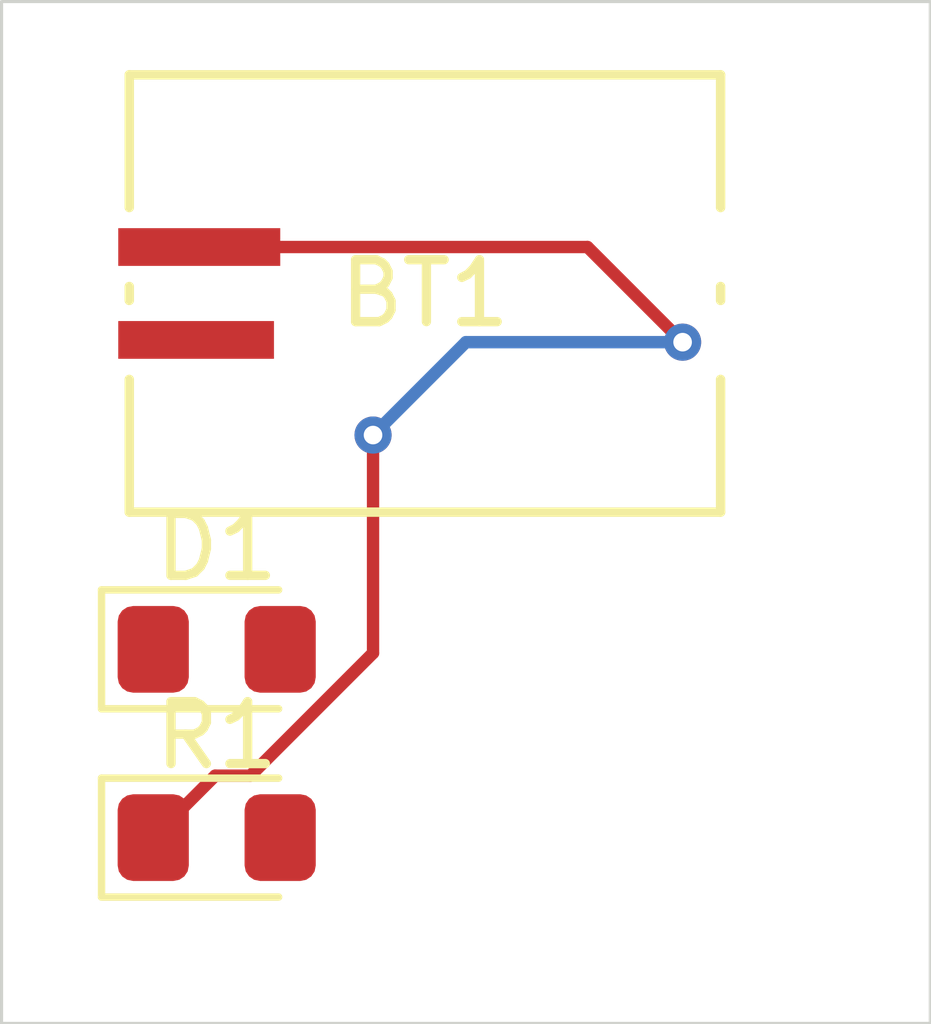
<source format=kicad_pcb>
(kicad_pcb (version 20240108) (generator "pcbnew") (generator_version "8.0")
  (title_block (title "LED Demo Project") (date "2024-10-29") (rev "1.0") (company "Formula Slug"))
  (layers (0 "F.Cu" signal) (31 "B.Cu" signal) (34 "B.Paste" user) (35 "F.Paste" user) (36 "B.SilkS" user "B.Silkscreen") (37 "F.SilkS" user "F.Silkscreen") (38 "B.Mask" user) (39 "F.Mask" user) (44 "Edge.Cuts" user))
  (net 0 "")
  (net 1 "Net-(BT1-+)")
  (net 2 "Net-(BT1--)")
  (net 3 "Net-(D1-A)")
  (footprint "LED_SMD:LED_0805_2012Metric_Pad1.15x1.40mm_HandSolder" (layer "F.Cu") (at 148.475 95.96)
    (property "Reference" "D1" (at 0 -1.65 0) (layer "F.SilkS"))
    (property "Value" "LED")
    (fp_line (start -1.86 -0.96) (end -1.86 0.96) (stroke (width 0.12)) (layer "F.SilkS"))
    (fp_line (start -1.86 0.96) (end 1 0.96) (stroke (width 0.12)) (layer "F.SilkS"))
    (fp_line (start 1 -0.96) (end -1.86 -0.96) (stroke (width 0.12)) (layer "F.SilkS"))
    (pad "1" smd roundrect (at -1.025 0) (size 1.15 1.4) (layers "F.Cu" "F.Paste" "F.Mask") (roundrect_rratio 0.217391) (net 2 "Net-(BT1--)"))
    (pad "2" smd roundrect (at 1.025 0) (size 1.15 1.4) (layers "F.Cu" "F.Paste" "F.Mask") (roundrect_rratio 0.217391) (net 3 "Net-(D1-A)"))
  )
  (footprint "FS_3_Global_Footprint_Library:MS621FE-FL11E_SEC" (layer "F.Cu") (at 151.8382 90.2138)
    (property "Reference" "BT1" (at 0 0 0) (layer "F.SilkS"))
    (property "Value" "Battery_Cell")
    (fp_line (start -4.7752 -3.5306) (end -4.7752 -1.387541) (stroke (width 0.1524)) (layer "F.SilkS"))
    (fp_line (start -4.7752 -0.112461) (end -4.7752 0.112461) (stroke (width 0.1524)) (layer "F.SilkS"))
    (fp_line (start -4.7752 1.387541) (end -4.7752 3.5306) (stroke (width 0.1524)) (layer "F.SilkS"))
    (fp_line (start -4.7752 3.5306) (end 4.7752 3.5306) (stroke (width 0.1524)) (layer "F.SilkS"))
    (fp_line (start 4.7752 -3.5306) (end -4.7752 -3.5306) (stroke (width 0.1524)) (layer "F.SilkS"))
    (fp_line (start 4.7752 -1.387541) (end 4.7752 -3.5306) (stroke (width 0.1524)) (layer "F.SilkS"))
    (fp_line (start 4.7752 0.112461) (end 4.7752 -0.112461) (stroke (width 0.1524)) (layer "F.SilkS"))
    (fp_line (start 4.7752 3.5306) (end 4.7752 1.387541) (stroke (width 0.1524)) (layer "F.SilkS"))
    (pad "1" smd rect (at -3.6449 -0.750001) (size 2.6162 0.6096) (layers "F.Cu" "F.Paste" "F.Mask") (net 1 "Net-(BT1-+)"))
    (pad "2" smd rect (at -3.6957 0.750001) (size 2.5146 0.6096) (layers "F.Cu" "F.Paste" "F.Mask") (net 2 "Net-(BT1--)"))
  )
  (footprint "LED_SMD:LED_0805_2012Metric_Pad1.15x1.40mm_HandSolder" (layer "F.Cu") (at 148.475 99)
    (property "Reference" "R1" (at 0 -1.65 0) (layer "F.SilkS"))
    (property "Value" "R")
    (fp_line (start -1.86 -0.96) (end -1.86 0.96) (stroke (width 0.12)) (layer "F.SilkS"))
    (fp_line (start -1.86 0.96) (end 1 0.96) (stroke (width 0.12)) (layer "F.SilkS"))
    (fp_line (start 1 -0.96) (end -1.86 -0.96) (stroke (width 0.12)) (layer "F.SilkS"))
    (pad "1" smd roundrect (at -1.025 0) (size 1.15 1.4) (layers "F.Cu" "F.Paste" "F.Mask") (roundrect_rratio 0.217391) (net 1 "Net-(BT1-+)"))
    (pad "2" smd roundrect (at 1.025 0) (size 1.15 1.4) (layers "F.Cu" "F.Paste" "F.Mask") (roundrect_rratio 0.217391) (net 3 "Net-(D1-A)"))
  )
  (gr_rect (start 145 85.5) (end 160 102) (stroke (width 0.05)) (fill none) (layer "Edge.Cuts"))
  (segment (start 149.019744 98) (end 148.45 98) (width 0.2) (layer "F.Cu") (net 1))
  (segment (start 151 92.5) (end 151 96.019744) (width 0.2) (layer "F.Cu") (net 1))
  (segment (start 154.463799 89.463799) (end 156 91) (width 0.2) (layer "F.Cu") (net 1))
  (segment (start 148.1933 89.463799) (end 154.463799 89.463799) (width 0.2) (layer "F.Cu") (net 1))
  (segment (start 151 96.019744) (end 149.019744 98) (width 0.2) (layer "F.Cu") (net 1))
  (segment (start 148.45 98) (end 147.45 99) (width 0.2) (layer "F.Cu") (net 1))
  (via (at 156 91) (size 0.6) (drill 0.3) (layers "F.Cu" "B.Cu") (net 1))
  (via (at 151 92.5) (size 0.6) (drill 0.3) (layers "F.Cu" "B.Cu") (net 1))
  (segment (start 156 91) (end 152.5 91) (width 0.2) (layer "B.Cu") (net 1))
  (segment (start 152.5 91) (end 151 92.5) (width 0.2) (layer "B.Cu") (net 1))
)
</source>
